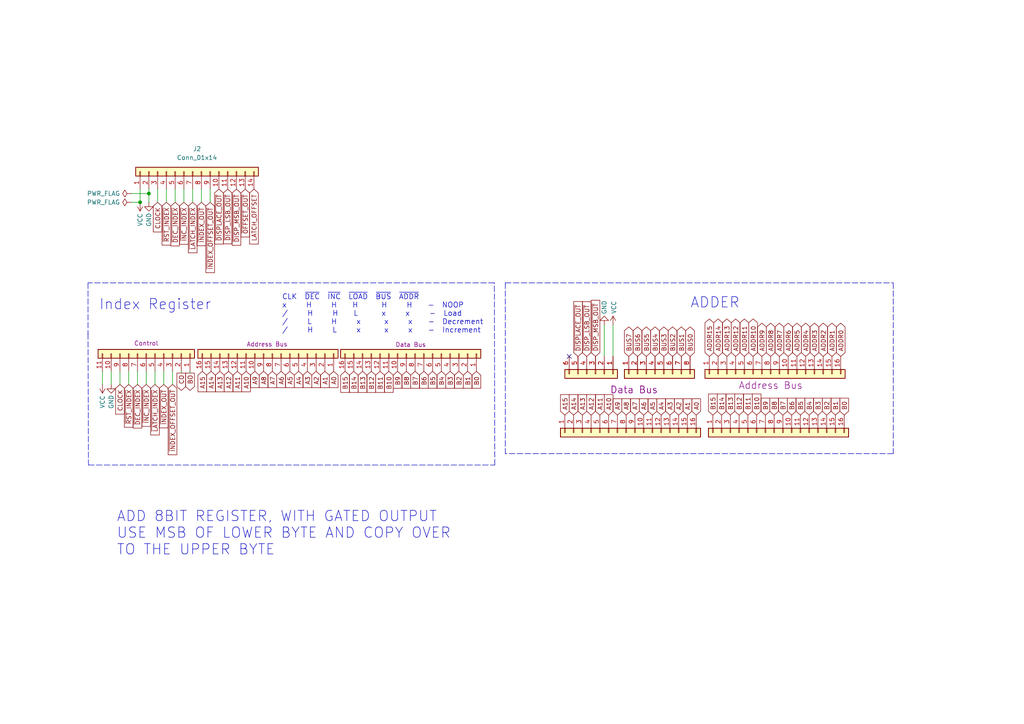
<source format=kicad_sch>
(kicad_sch (version 20211123) (generator eeschema)
  (paper "A4")
  (lib_symbols
    (symbol "Connector_Generic:Conn_01x06" (pin_names (offset 1.016) hide)
      (property "Reference" "J" (at 0 7.62 0))
      (property "Value" "Conn_01x06" (at 0 -10.16 0))
      (symbol "Conn_01x06_1_1"
        (rectangle (start -1.27 -7.493) (end 0 -7.747) (stroke (width 0.1524)))
        (rectangle (start -1.27 -4.953) (end 0 -5.207) (stroke (width 0.1524)))
        (rectangle (start -1.27 -2.413) (end 0 -2.667) (stroke (width 0.1524)))
        (rectangle (start -1.27 0.127) (end 0 -0.127) (stroke (width 0.1524)))
        (rectangle (start -1.27 2.667) (end 0 2.413) (stroke (width 0.1524)))
        (rectangle (start -1.27 5.207) (end 0 4.953) (stroke (width 0.1524)))
        (rectangle (start -1.27 6.35) (end 1.27 -8.89) (stroke (width 0.254)) (fill (type background)))
        (pin passive line (at -5.08 5.08 0) (length 3.81) (name "Pin_1") (number "1"))
        (pin passive line (at -5.08 2.54 0) (length 3.81) (name "Pin_2") (number "2"))
        (pin passive line (at -5.08 0 0) (length 3.81) (name "Pin_3") (number "3"))
        (pin passive line (at -5.08 -2.54 0) (length 3.81) (name "Pin_4") (number "4"))
        (pin passive line (at -5.08 -5.08 0) (length 3.81) (name "Pin_5") (number "5"))
        (pin passive line (at -5.08 -7.62 0) (length 3.81) (name "Pin_6") (number "6"))
      )
    )
    (symbol "Connector_Generic:Conn_01x08" (pin_names (offset 1.016) hide)
      (property "Reference" "J" (at 0 10.16 0))
      (property "Value" "Conn_01x08" (at 0 -12.7 0))
      (symbol "Conn_01x08_1_1"
        (rectangle (start -1.27 -10.033) (end 0 -10.287) (stroke (width 0.1524)))
        (rectangle (start -1.27 -7.493) (end 0 -7.747) (stroke (width 0.1524)))
        (rectangle (start -1.27 -4.953) (end 0 -5.207) (stroke (width 0.1524)))
        (rectangle (start -1.27 -2.413) (end 0 -2.667) (stroke (width 0.1524)))
        (rectangle (start -1.27 0.127) (end 0 -0.127) (stroke (width 0.1524)))
        (rectangle (start -1.27 2.667) (end 0 2.413) (stroke (width 0.1524)))
        (rectangle (start -1.27 5.207) (end 0 4.953) (stroke (width 0.1524)))
        (rectangle (start -1.27 7.747) (end 0 7.493) (stroke (width 0.1524)))
        (rectangle (start -1.27 8.89) (end 1.27 -11.43) (stroke (width 0.254)) (fill (type background)))
        (pin passive line (at -5.08 7.62 0) (length 3.81) (name "Pin_1") (number "1"))
        (pin passive line (at -5.08 5.08 0) (length 3.81) (name "Pin_2") (number "2"))
        (pin passive line (at -5.08 2.54 0) (length 3.81) (name "Pin_3") (number "3"))
        (pin passive line (at -5.08 0 0) (length 3.81) (name "Pin_4") (number "4"))
        (pin passive line (at -5.08 -2.54 0) (length 3.81) (name "Pin_5") (number "5"))
        (pin passive line (at -5.08 -5.08 0) (length 3.81) (name "Pin_6") (number "6"))
        (pin passive line (at -5.08 -7.62 0) (length 3.81) (name "Pin_7") (number "7"))
        (pin passive line (at -5.08 -10.16 0) (length 3.81) (name "Pin_8") (number "8"))
      )
    )
    (symbol "Connector_Generic:Conn_01x11" (pin_names (offset 1.016) hide)
      (property "Reference" "J" (at 0 15.24 0))
      (property "Value" "Conn_01x11" (at 0 -15.24 0))
      (symbol "Conn_01x11_1_1"
        (rectangle (start -1.27 -12.573) (end 0 -12.827) (stroke (width 0.1524)))
        (rectangle (start -1.27 -10.033) (end 0 -10.287) (stroke (width 0.1524)))
        (rectangle (start -1.27 -7.493) (end 0 -7.747) (stroke (width 0.1524)))
        (rectangle (start -1.27 -4.953) (end 0 -5.207) (stroke (width 0.1524)))
        (rectangle (start -1.27 -2.413) (end 0 -2.667) (stroke (width 0.1524)))
        (rectangle (start -1.27 0.127) (end 0 -0.127) (stroke (width 0.1524)))
        (rectangle (start -1.27 2.667) (end 0 2.413) (stroke (width 0.1524)))
        (rectangle (start -1.27 5.207) (end 0 4.953) (stroke (width 0.1524)))
        (rectangle (start -1.27 7.747) (end 0 7.493) (stroke (width 0.1524)))
        (rectangle (start -1.27 10.287) (end 0 10.033) (stroke (width 0.1524)))
        (rectangle (start -1.27 12.827) (end 0 12.573) (stroke (width 0.1524)))
        (rectangle (start -1.27 13.97) (end 1.27 -13.97) (stroke (width 0.254)) (fill (type background)))
        (pin passive line (at -5.08 12.7 0) (length 3.81) (name "Pin_1") (number "1"))
        (pin passive line (at -5.08 -10.16 0) (length 3.81) (name "Pin_10") (number "10"))
        (pin passive line (at -5.08 -12.7 0) (length 3.81) (name "Pin_11") (number "11"))
        (pin passive line (at -5.08 10.16 0) (length 3.81) (name "Pin_2") (number "2"))
        (pin passive line (at -5.08 7.62 0) (length 3.81) (name "Pin_3") (number "3"))
        (pin passive line (at -5.08 5.08 0) (length 3.81) (name "Pin_4") (number "4"))
        (pin passive line (at -5.08 2.54 0) (length 3.81) (name "Pin_5") (number "5"))
        (pin passive line (at -5.08 0 0) (length 3.81) (name "Pin_6") (number "6"))
        (pin passive line (at -5.08 -2.54 0) (length 3.81) (name "Pin_7") (number "7"))
        (pin passive line (at -5.08 -5.08 0) (length 3.81) (name "Pin_8") (number "8"))
        (pin passive line (at -5.08 -7.62 0) (length 3.81) (name "Pin_9") (number "9"))
      )
    )
    (symbol "Connector_Generic:Conn_01x14" (pin_names (offset 1.016) hide)
      (property "Reference" "J" (at 0 17.78 0))
      (property "Value" "Conn_01x14" (at 0 -20.32 0))
      (symbol "Conn_01x14_1_1"
        (rectangle (start -1.27 -17.653) (end 0 -17.907) (stroke (width 0.1524)))
        (rectangle (start -1.27 -15.113) (end 0 -15.367) (stroke (width 0.1524)))
        (rectangle (start -1.27 -12.573) (end 0 -12.827) (stroke (width 0.1524)))
        (rectangle (start -1.27 -10.033) (end 0 -10.287) (stroke (width 0.1524)))
        (rectangle (start -1.27 -7.493) (end 0 -7.747) (stroke (width 0.1524)))
        (rectangle (start -1.27 -4.953) (end 0 -5.207) (stroke (width 0.1524)))
        (rectangle (start -1.27 -2.413) (end 0 -2.667) (stroke (width 0.1524)))
        (rectangle (start -1.27 0.127) (end 0 -0.127) (stroke (width 0.1524)))
        (rectangle (start -1.27 2.667) (end 0 2.413) (stroke (width 0.1524)))
        (rectangle (start -1.27 5.207) (end 0 4.953) (stroke (width 0.1524)))
        (rectangle (start -1.27 7.747) (end 0 7.493) (stroke (width 0.1524)))
        (rectangle (start -1.27 10.287) (end 0 10.033) (stroke (width 0.1524)))
        (rectangle (start -1.27 12.827) (end 0 12.573) (stroke (width 0.1524)))
        (rectangle (start -1.27 15.367) (end 0 15.113) (stroke (width 0.1524)))
        (rectangle (start -1.27 16.51) (end 1.27 -19.05) (stroke (width 0.254)) (fill (type background)))
        (pin passive line (at -5.08 15.24 0) (length 3.81) (name "Pin_1") (number "1"))
        (pin passive line (at -5.08 -7.62 0) (length 3.81) (name "Pin_10") (number "10"))
        (pin passive line (at -5.08 -10.16 0) (length 3.81) (name "Pin_11") (number "11"))
        (pin passive line (at -5.08 -12.7 0) (length 3.81) (name "Pin_12") (number "12"))
        (pin passive line (at -5.08 -15.24 0) (length 3.81) (name "Pin_13") (number "13"))
        (pin passive line (at -5.08 -17.78 0) (length 3.81) (name "Pin_14") (number "14"))
        (pin passive line (at -5.08 12.7 0) (length 3.81) (name "Pin_2") (number "2"))
        (pin passive line (at -5.08 10.16 0) (length 3.81) (name "Pin_3") (number "3"))
        (pin passive line (at -5.08 7.62 0) (length 3.81) (name "Pin_4") (number "4"))
        (pin passive line (at -5.08 5.08 0) (length 3.81) (name "Pin_5") (number "5"))
        (pin passive line (at -5.08 2.54 0) (length 3.81) (name "Pin_6") (number "6"))
        (pin passive line (at -5.08 0 0) (length 3.81) (name "Pin_7") (number "7"))
        (pin passive line (at -5.08 -2.54 0) (length 3.81) (name "Pin_8") (number "8"))
        (pin passive line (at -5.08 -5.08 0) (length 3.81) (name "Pin_9") (number "9"))
      )
    )
    (symbol "Connector_Generic:Conn_01x16" (pin_names (offset 1.016) hide)
      (property "Reference" "J" (at 0 20.32 0))
      (property "Value" "Conn_01x16" (at 0 -22.86 0))
      (symbol "Conn_01x16_1_1"
        (rectangle (start -1.27 -20.193) (end 0 -20.447) (stroke (width 0.1524)))
        (rectangle (start -1.27 -17.653) (end 0 -17.907) (stroke (width 0.1524)))
        (rectangle (start -1.27 -15.113) (end 0 -15.367) (stroke (width 0.1524)))
        (rectangle (start -1.27 -12.573) (end 0 -12.827) (stroke (width 0.1524)))
        (rectangle (start -1.27 -10.033) (end 0 -10.287) (stroke (width 0.1524)))
        (rectangle (start -1.27 -7.493) (end 0 -7.747) (stroke (width 0.1524)))
        (rectangle (start -1.27 -4.953) (end 0 -5.207) (stroke (width 0.1524)))
        (rectangle (start -1.27 -2.413) (end 0 -2.667) (stroke (width 0.1524)))
        (rectangle (start -1.27 0.127) (end 0 -0.127) (stroke (width 0.1524)))
        (rectangle (start -1.27 2.667) (end 0 2.413) (stroke (width 0.1524)))
        (rectangle (start -1.27 5.207) (end 0 4.953) (stroke (width 0.1524)))
        (rectangle (start -1.27 7.747) (end 0 7.493) (stroke (width 0.1524)))
        (rectangle (start -1.27 10.287) (end 0 10.033) (stroke (width 0.1524)))
        (rectangle (start -1.27 12.827) (end 0 12.573) (stroke (width 0.1524)))
        (rectangle (start -1.27 15.367) (end 0 15.113) (stroke (width 0.1524)))
        (rectangle (start -1.27 17.907) (end 0 17.653) (stroke (width 0.1524)))
        (rectangle (start -1.27 19.05) (end 1.27 -21.59) (stroke (width 0.254)) (fill (type background)))
        (pin passive line (at -5.08 17.78 0) (length 3.81) (name "Pin_1") (number "1"))
        (pin passive line (at -5.08 -5.08 0) (length 3.81) (name "Pin_10") (number "10"))
        (pin passive line (at -5.08 -7.62 0) (length 3.81) (name "Pin_11") (number "11"))
        (pin passive line (at -5.08 -10.16 0) (length 3.81) (name "Pin_12") (number "12"))
        (pin passive line (at -5.08 -12.7 0) (length 3.81) (name "Pin_13") (number "13"))
        (pin passive line (at -5.08 -15.24 0) (length 3.81) (name "Pin_14") (number "14"))
        (pin passive line (at -5.08 -17.78 0) (length 3.81) (name "Pin_15") (number "15"))
        (pin passive line (at -5.08 -20.32 0) (length 3.81) (name "Pin_16") (number "16"))
        (pin passive line (at -5.08 15.24 0) (length 3.81) (name "Pin_2") (number "2"))
        (pin passive line (at -5.08 12.7 0) (length 3.81) (name "Pin_3") (number "3"))
        (pin passive line (at -5.08 10.16 0) (length 3.81) (name "Pin_4") (number "4"))
        (pin passive line (at -5.08 7.62 0) (length 3.81) (name "Pin_5") (number "5"))
        (pin passive line (at -5.08 5.08 0) (length 3.81) (name "Pin_6") (number "6"))
        (pin passive line (at -5.08 2.54 0) (length 3.81) (name "Pin_7") (number "7"))
        (pin passive line (at -5.08 0 0) (length 3.81) (name "Pin_8") (number "8"))
        (pin passive line (at -5.08 -2.54 0) (length 3.81) (name "Pin_9") (number "9"))
      )
    )
    (symbol "power:GND" (power) (pin_names (offset 0))
      (property "Value" "GND" (at 0 -3.81 0))
      (symbol "GND_0_1"
        (polyline (pts (xy 0 0) (xy 0 -1.27) (xy 1.27 -1.27) (xy 0 -2.54) (xy -1.27 -1.27) (xy 0 -1.27)))
      )
      (symbol "GND_1_1"
        (pin power_in line (at 0 0 270) (length 0) hide (name "GND") (number "1"))
      )
    )
    (symbol "power:PWR_FLAG" (power) (pin_numbers hide) (pin_names (offset 0) hide)
      (property "Value" "PWR_FLAG" (at 0 3.81 0))
      (symbol "PWR_FLAG_0_0"
        (pin power_out line (at 0 0 90) (length 0) (name "pwr") (number "1"))
      )
      (symbol "PWR_FLAG_0_1"
        (polyline (pts (xy 0 0) (xy 0 1.27) (xy -1.016 1.905) (xy 0 2.54) (xy 1.016 1.905) (xy 0 1.27)))
      )
    )
    (symbol "power:VCC" (power) (pin_names (offset 0))
      (property "Value" "VCC" (at 0 3.81 0))
      (symbol "VCC_0_1"
        (polyline (pts (xy -0.762 1.27) (xy 0 2.54)))
        (polyline (pts (xy 0 0) (xy 0 2.54)))
        (polyline (pts (xy 0 2.54) (xy 0.762 1.27)))
      )
      (symbol "VCC_1_1"
        (pin power_in line (at 0 0 90) (length 0) hide (name "VCC") (number "1"))
      )
    )
  )
  (junction (at 43.18 56.134))
  (junction (at 40.64 58.674))
  (no_connect (at 165.1 103.378))
  (wire (pts (xy 50.038 107.696) (xy 50.038 111.506)))
  (wire (pts (xy 32.258 107.696) (xy 32.258 111.506)))
  (wire (pts (xy 38.1 56.134) (xy 43.18 56.134)))
  (wire (pts (xy 43.18 58.674) (xy 43.18 56.134)))
  (wire (pts (xy 177.8 94.234) (xy 177.8 103.378)))
  (polyline (pts (xy 143.383 82.042) (xy 25.527 82.042)))
  (wire (pts (xy 55.88 58.674) (xy 55.88 54.864)))
  (polyline (pts (xy 143.51 134.874) (xy 143.383 82.042)))
  (wire (pts (xy 44.958 111.506) (xy 44.958 107.696)))
  (wire (pts (xy 58.42 54.864) (xy 58.42 58.674)))
  (wire (pts (xy 43.18 56.134) (xy 43.18 54.864)))
  (wire (pts (xy 45.72 58.674) (xy 45.72 54.864)))
  (polyline (pts (xy 146.558 82.042) (xy 259.08 82.042)))
  (wire (pts (xy 39.878 111.506) (xy 39.878 107.696)))
  (wire (pts (xy 50.8 58.674) (xy 50.8 54.864)))
  (wire (pts (xy 48.26 54.864) (xy 48.26 58.674)))
  (wire (pts (xy 42.418 111.506) (xy 42.418 107.696)))
  (polyline (pts (xy 259.08 131.572) (xy 146.558 131.572)))
  (polyline (pts (xy 25.527 96.774) (xy 25.654 134.874)))
  (wire (pts (xy 40.64 58.674) (xy 40.64 54.864)))
  (polyline (pts (xy 146.558 82.042) (xy 146.558 131.572)))
  (wire (pts (xy 60.96 54.864) (xy 60.96 58.674)))
  (wire (pts (xy 53.34 58.674) (xy 53.34 54.864)))
  (wire (pts (xy 47.498 107.696) (xy 47.498 111.506)))
  (wire (pts (xy 29.718 111.506) (xy 29.718 107.696)))
  (polyline (pts (xy 25.654 134.874) (xy 143.51 134.874)))
  (wire (pts (xy 37.338 107.696) (xy 37.338 111.506)))
  (polyline (pts (xy 25.527 82.042) (xy 25.527 96.901)))
  (wire (pts (xy 34.798 111.506) (xy 34.798 107.696)))
  (wire (pts (xy 52.578 108.204) (xy 52.578 107.696)))
  (wire (pts (xy 55.118 108.204) (xy 55.118 107.696)))
  (wire (pts (xy 38.1 58.674) (xy 40.64 58.674)))
  (polyline (pts (xy 259.08 82.042) (xy 259.08 131.572)))
  (wire (pts (xy 175.26 94.234) (xy 175.26 103.378)))
  (text "CLK  ~{DEC}  ~{INC}  ~{LOAD}  ~{BUS}  ~{ADDR}\nx     H     H    H      H     H    -  NOOP\n/     H     H    L      x     x     -  Load\n/     L     H     x      x     x    -  Decrement\n/     H     L     x      x     x    -  Increment" (at 81.788 96.774 0) (effects (font (size 1.5 1.5)) (justify left bottom)))
  (text "ADDER" (at 200.152 89.662 0) (effects (font (size 3 3)) (justify left bottom)))
  (text "ADD 8BIT REGISTER, WITH GATED OUTPUT\nUSE MSB OF LOWER BYTE AND COPY OVER\nTO THE UPPER BYTE" (at 33.782 161.29 0) (effects (font (size 3 3)) (justify left bottom)))
  (text "Index Register" (at 28.702 90.17 0) (effects (font (size 3 3)) (justify left bottom)))
  (global_label "B8" (shape input) (at 224.536 120.396 90) (property "Intersheet References" "${INTERSHEET_REFS}" (effects hide)))
  (global_label "A14" (shape input) (at 61.214 107.696 270) (property "Intersheet References" "${INTERSHEET_REFS}" (effects hide)))
  (global_label "B3" (shape input) (at 130.556 107.696 270) (property "Intersheet References" "${INTERSHEET_REFS}" (effects hide)))
  (global_label "A0" (shape input) (at 96.774 107.696 270) (property "Intersheet References" "${INTERSHEET_REFS}" (effects hide)))
  (global_label "~{INDEX_OFFSET_OUT}" (shape input) (at 60.96 58.674 270) (property "Intersheet References" "${INTERSHEET_REFS}" (effects hide)))
  (global_label "~{OFFSET_OUT}" (shape input) (at 71.12 54.864 270) (property "Intersheet References" "${INTERSHEET_REFS}" (effects hide)))
  (global_label "~{LATCH_INDEX}" (shape input) (at 44.958 111.506 270) (property "Intersheet References" "${INTERSHEET_REFS}" (effects hide)))
  (global_label "B10" (shape input) (at 219.456 120.396 90) (property "Intersheet References" "${INTERSHEET_REFS}" (effects hide)))
  (global_label "~{DEC_INDEX}" (shape input) (at 50.8 58.674 270) (property "Intersheet References" "${INTERSHEET_REFS}" (effects hide)))
  (global_label "ADDR13" (shape tri_state) (at 210.82 103.378 90) (property "Intersheet References" "${INTERSHEET_REFS}" (effects hide)))
  (global_label "~{LATCH_INDEX}" (shape input) (at 55.88 58.674 270) (property "Intersheet References" "${INTERSHEET_REFS}" (effects hide)))
  (global_label "A2" (shape input) (at 196.85 120.396 90) (property "Intersheet References" "${INTERSHEET_REFS}" (effects hide)))
  (global_label "B5" (shape input) (at 232.156 120.396 90) (property "Intersheet References" "${INTERSHEET_REFS}" (effects hide)))
  (global_label "ADDR7" (shape tri_state) (at 226.06 103.378 90) (property "Intersheet References" "${INTERSHEET_REFS}" (effects hide)))
  (global_label "CLOCK" (shape input) (at 45.72 58.674 270) (property "Intersheet References" "${INTERSHEET_REFS}" (effects hide)))
  (global_label "ADDR9" (shape tri_state) (at 220.98 103.378 90) (property "Intersheet References" "${INTERSHEET_REFS}" (effects hide)))
  (global_label "B14" (shape input) (at 209.296 120.396 90) (property "Intersheet References" "${INTERSHEET_REFS}" (effects hide)))
  (global_label "A15" (shape input) (at 58.674 107.696 270) (property "Intersheet References" "${INTERSHEET_REFS}" (effects hide)))
  (global_label "A9" (shape input) (at 179.07 120.396 90) (property "Intersheet References" "${INTERSHEET_REFS}" (effects hide)))
  (global_label "LATCH_OFFSET" (shape input) (at 73.66 54.864 270) (property "Intersheet References" "${INTERSHEET_REFS}" (effects hide)))
  (global_label "ADDR6" (shape tri_state) (at 228.6 103.378 90) (property "Intersheet References" "${INTERSHEET_REFS}" (effects hide)))
  (global_label "ADDR5" (shape tri_state) (at 231.14 103.378 90) (property "Intersheet References" "${INTERSHEET_REFS}" (effects hide)))
  (global_label "A3" (shape input) (at 89.154 107.696 270) (property "Intersheet References" "${INTERSHEET_REFS}" (effects hide)))
  (global_label "B5" (shape input) (at 125.476 107.696 270) (property "Intersheet References" "${INTERSHEET_REFS}" (effects hide)))
  (global_label "A5" (shape input) (at 189.23 120.396 90) (property "Intersheet References" "${INTERSHEET_REFS}" (effects hide)))
  (global_label "BUS7" (shape tri_state) (at 182.372 103.378 90) (property "Intersheet References" "${INTERSHEET_REFS}" (effects hide)))
  (global_label "~{INC_INDEX}" (shape input) (at 42.418 111.506 270) (property "Intersheet References" "${INTERSHEET_REFS}" (effects hide)))
  (global_label "~{RST_INDEX}" (shape input) (at 48.26 58.674 270) (property "Intersheet References" "${INTERSHEET_REFS}" (effects hide)))
  (global_label "CLOCK" (shape input) (at 34.798 111.506 270) (property "Intersheet References" "${INTERSHEET_REFS}" (effects hide)))
  (global_label "B10" (shape input) (at 112.776 107.696 270) (property "Intersheet References" "${INTERSHEET_REFS}" (effects hide)))
  (global_label "B13" (shape input) (at 211.836 120.396 90) (property "Intersheet References" "${INTERSHEET_REFS}" (effects hide)))
  (global_label "ADDR0" (shape tri_state) (at 243.84 103.378 90) (property "Intersheet References" "${INTERSHEET_REFS}" (effects hide)))
  (global_label "B1" (shape input) (at 242.316 120.396 90) (property "Intersheet References" "${INTERSHEET_REFS}" (effects hide)))
  (global_label "A5" (shape input) (at 84.074 107.696 270) (property "Intersheet References" "${INTERSHEET_REFS}" (effects hide)))
  (global_label "B2" (shape input) (at 133.096 107.696 270) (property "Intersheet References" "${INTERSHEET_REFS}" (effects hide)))
  (global_label "B4" (shape input) (at 128.016 107.696 270) (property "Intersheet References" "${INTERSHEET_REFS}" (effects hide)))
  (global_label "B7" (shape input) (at 227.076 120.396 90) (property "Intersheet References" "${INTERSHEET_REFS}" (effects hide)))
  (global_label "~{DISPLACE_OUT}" (shape input) (at 167.64 103.378 90) (property "Intersheet References" "${INTERSHEET_REFS}" (effects hide)))
  (global_label "CO" (shape output) (at 52.578 108.204 270) (property "Intersheet References" "${INTERSHEET_REFS}" (effects hide)))
  (global_label "BUS4" (shape tri_state) (at 189.992 103.378 90) (property "Intersheet References" "${INTERSHEET_REFS}" (effects hide)))
  (global_label "~{INDEX_OUT}" (shape input) (at 58.42 58.674 270) (property "Intersheet References" "${INTERSHEET_REFS}" (effects hide)))
  (global_label "A0" (shape input) (at 201.93 120.396 90) (property "Intersheet References" "${INTERSHEET_REFS}" (effects hide)))
  (global_label "ADDR11" (shape tri_state) (at 215.9 103.378 90) (property "Intersheet References" "${INTERSHEET_REFS}" (effects hide)))
  (global_label "BUS5" (shape tri_state) (at 187.452 103.378 90) (property "Intersheet References" "${INTERSHEET_REFS}" (effects hide)))
  (global_label "A12" (shape input) (at 171.45 120.396 90) (property "Intersheet References" "${INTERSHEET_REFS}" (effects hide)))
  (global_label "ADDR10" (shape tri_state) (at 218.44 103.378 90) (property "Intersheet References" "${INTERSHEET_REFS}" (effects hide)))
  (global_label "A6" (shape input) (at 81.534 107.696 270) (property "Intersheet References" "${INTERSHEET_REFS}" (effects hide)))
  (global_label "B3" (shape input) (at 237.236 120.396 90) (property "Intersheet References" "${INTERSHEET_REFS}" (effects hide)))
  (global_label "A14" (shape input) (at 166.37 120.396 90) (property "Intersheet References" "${INTERSHEET_REFS}" (effects hide)))
  (global_label "B6" (shape input) (at 229.616 120.396 90) (property "Intersheet References" "${INTERSHEET_REFS}" (effects hide)))
  (global_label "A15" (shape input) (at 163.83 120.396 90) (property "Intersheet References" "${INTERSHEET_REFS}" (effects hide)))
  (global_label "~{RST_INDEX}" (shape input) (at 37.338 111.506 270) (property "Intersheet References" "${INTERSHEET_REFS}" (effects hide)))
  (global_label "A11" (shape input) (at 68.834 107.696 270) (property "Intersheet References" "${INTERSHEET_REFS}" (effects hide)))
  (global_label "B8" (shape input) (at 117.856 107.696 270) (property "Intersheet References" "${INTERSHEET_REFS}" (effects hide)))
  (global_label "~{DISP_LSB_OUT}" (shape input) (at 170.18 103.378 90) (property "Intersheet References" "${INTERSHEET_REFS}" (effects hide)))
  (global_label "B11" (shape input) (at 110.236 107.696 270) (property "Intersheet References" "${INTERSHEET_REFS}" (effects hide)))
  (global_label "B14" (shape input) (at 102.616 107.696 270) (property "Intersheet References" "${INTERSHEET_REFS}" (effects hide)))
  (global_label "B0" (shape input) (at 244.856 120.396 90) (property "Intersheet References" "${INTERSHEET_REFS}" (effects hide)))
  (global_label "A2" (shape input) (at 91.694 107.696 270) (property "Intersheet References" "${INTERSHEET_REFS}" (effects hide)))
  (global_label "A12" (shape input) (at 66.294 107.696 270) (property "Intersheet References" "${INTERSHEET_REFS}" (effects hide)))
  (global_label "A4" (shape input) (at 86.614 107.696 270) (property "Intersheet References" "${INTERSHEET_REFS}" (effects hide)))
  (global_label "B15" (shape input) (at 100.076 107.696 270) (property "Intersheet References" "${INTERSHEET_REFS}" (effects hide)))
  (global_label "ADDR14" (shape tri_state) (at 208.28 103.378 90) (property "Intersheet References" "${INTERSHEET_REFS}" (effects hide)))
  (global_label "A1" (shape input) (at 199.39 120.396 90) (property "Intersheet References" "${INTERSHEET_REFS}" (effects hide)))
  (global_label "A6" (shape input) (at 186.69 120.396 90) (property "Intersheet References" "${INTERSHEET_REFS}" (effects hide)))
  (global_label "B2" (shape input) (at 239.776 120.396 90) (property "Intersheet References" "${INTERSHEET_REFS}" (effects hide)))
  (global_label "A8" (shape input) (at 181.61 120.396 90) (property "Intersheet References" "${INTERSHEET_REFS}" (effects hide)))
  (global_label "B9" (shape input) (at 221.996 120.396 90) (property "Intersheet References" "${INTERSHEET_REFS}" (effects hide)))
  (global_label "A13" (shape input) (at 63.754 107.696 270) (property "Intersheet References" "${INTERSHEET_REFS}" (effects hide)))
  (global_label "~{DISP_MSB_OUT}" (shape input) (at 172.72 103.378 90) (property "Intersheet References" "${INTERSHEET_REFS}" (effects hide)))
  (global_label "~{DISP_LSB_OUT}" (shape input) (at 66.04 54.864 270) (property "Intersheet References" "${INTERSHEET_REFS}" (effects hide)))
  (global_label "A3" (shape input) (at 194.31 120.396 90) (property "Intersheet References" "${INTERSHEET_REFS}" (effects hide)))
  (global_label "~{INC_INDEX}" (shape input) (at 53.34 58.674 270) (property "Intersheet References" "${INTERSHEET_REFS}" (effects hide)))
  (global_label "A10" (shape input) (at 71.374 107.696 270) (property "Intersheet References" "${INTERSHEET_REFS}" (effects hide)))
  (global_label "B11" (shape input) (at 216.916 120.396 90) (property "Intersheet References" "${INTERSHEET_REFS}" (effects hide)))
  (global_label "~{INDEX_OUT}" (shape input) (at 47.498 111.506 270) (property "Intersheet References" "${INTERSHEET_REFS}" (effects hide)))
  (global_label "A4" (shape input) (at 191.77 120.396 90) (property "Intersheet References" "${INTERSHEET_REFS}" (effects hide)))
  (global_label "BUS2" (shape tri_state) (at 195.072 103.378 90) (property "Intersheet References" "${INTERSHEET_REFS}" (effects hide)))
  (global_label "A1" (shape input) (at 94.234 107.696 270) (property "Intersheet References" "${INTERSHEET_REFS}" (effects hide)))
  (global_label "ADDR3" (shape tri_state) (at 236.22 103.378 90) (property "Intersheet References" "${INTERSHEET_REFS}" (effects hide)))
  (global_label "B15" (shape input) (at 206.756 120.396 90) (property "Intersheet References" "${INTERSHEET_REFS}" (effects hide)))
  (global_label "~{DEC_INDEX}" (shape input) (at 39.878 111.506 270) (property "Intersheet References" "${INTERSHEET_REFS}" (effects hide)))
  (global_label "ADDR4" (shape tri_state) (at 233.68 103.378 90) (property "Intersheet References" "${INTERSHEET_REFS}" (effects hide)))
  (global_label "B0" (shape input) (at 138.176 107.696 270) (property "Intersheet References" "${INTERSHEET_REFS}" (effects hide)))
  (global_label "B7" (shape input) (at 120.396 107.696 270) (property "Intersheet References" "${INTERSHEET_REFS}" (effects hide)))
  (global_label "ADDR1" (shape tri_state) (at 241.3 103.378 90) (property "Intersheet References" "${INTERSHEET_REFS}" (effects hide)))
  (global_label "ADDR2" (shape tri_state) (at 238.76 103.378 90) (property "Intersheet References" "${INTERSHEET_REFS}" (effects hide)))
  (global_label "A10" (shape input) (at 176.53 120.396 90) (property "Intersheet References" "${INTERSHEET_REFS}" (effects hide)))
  (global_label "A7" (shape input) (at 184.15 120.396 90) (property "Intersheet References" "${INTERSHEET_REFS}" (effects hide)))
  (global_label "BUS1" (shape tri_state) (at 197.612 103.378 90) (property "Intersheet References" "${INTERSHEET_REFS}" (effects hide)))
  (global_label "~{DISP_MSB_OUT}" (shape input) (at 68.58 54.864 270) (property "Intersheet References" "${INTERSHEET_REFS}" (effects hide)))
  (global_label "BO" (shape output) (at 55.118 108.204 270) (property "Intersheet References" "${INTERSHEET_REFS}" (effects hide)))
  (global_label "A11" (shape input) (at 173.99 120.396 90) (property "Intersheet References" "${INTERSHEET_REFS}" (effects hide)))
  (global_label "A13" (shape input) (at 168.91 120.396 90) (property "Intersheet References" "${INTERSHEET_REFS}" (effects hide)))
  (global_label "B6" (shape input) (at 122.936 107.696 270) (property "Intersheet References" "${INTERSHEET_REFS}" (effects hide)))
  (global_label "ADDR8" (shape tri_state) (at 223.52 103.378 90) (property "Intersheet References" "${INTERSHEET_REFS}" (effects hide)))
  (global_label "A9" (shape input) (at 73.914 107.696 270) (property "Intersheet References" "${INTERSHEET_REFS}" (effects hide)))
  (global_label "A8" (shape input) (at 76.454 107.696 270) (property "Intersheet References" "${INTERSHEET_REFS}" (effects hide)))
  (global_label "BUS3" (shape tri_state) (at 192.532 103.378 90) (property "Intersheet References" "${INTERSHEET_REFS}" (effects hide)))
  (global_label "B1" (shape input) (at 135.636 107.696 270) (property "Intersheet References" "${INTERSHEET_REFS}" (effects hide)))
  (global_label "B12" (shape input) (at 214.376 120.396 90) (property "Intersheet References" "${INTERSHEET_REFS}" (effects hide)))
  (global_label "B13" (shape input) (at 105.156 107.696 270) (property "Intersheet References" "${INTERSHEET_REFS}" (effects hide)))
  (global_label "BUS0" (shape tri_state) (at 200.152 103.378 90) (property "Intersheet References" "${INTERSHEET_REFS}" (effects hide)))
  (global_label "~{INDEX_OFFSET_OUT}" (shape input) (at 50.038 111.506 270) (property "Intersheet References" "${INTERSHEET_REFS}" (effects hide)))
  (global_label "ADDR12" (shape tri_state) (at 213.36 103.378 90) (property "Intersheet References" "${INTERSHEET_REFS}" (effects hide)))
  (global_label "B12" (shape input) (at 107.696 107.696 270) (property "Intersheet References" "${INTERSHEET_REFS}" (effects hide)))
  (global_label "B4" (shape input) (at 234.696 120.396 90) (property "Intersheet References" "${INTERSHEET_REFS}" (effects hide)))
  (global_label "B9" (shape input) (at 115.316 107.696 270) (property "Intersheet References" "${INTERSHEET_REFS}" (effects hide)))
  (global_label "A7" (shape input) (at 78.994 107.696 270) (property "Intersheet References" "${INTERSHEET_REFS}" (effects hide)))
  (global_label "ADDR15" (shape tri_state) (at 205.74 103.378 90) (property "Intersheet References" "${INTERSHEET_REFS}" (effects hide)))
  (global_label "~{DISPLACE_OUT}" (shape input) (at 63.5 54.864 270) (property "Intersheet References" "${INTERSHEET_REFS}" (effects hide)))
  (global_label "BUS6" (shape tri_state) (at 184.912 103.378 90) (property "Intersheet References" "${INTERSHEET_REFS}" (effects hide)))
  (symbol (lib_id "power:GND") (at 32.258 111.506 0) (mirror y) (unit 1)
    (property "Reference" "#PWR02" (effects hide))
    (property "Value" "GND" (at 32.258 116.586 90))
  )
  (symbol (lib_id "Connector_Generic:Conn_01x16") (at 223.52 108.458 90) (mirror x) (unit 1)
    (property "Reference" "J8" (effects hide))
    (property "Value" "Conn_01x16" (effects hide))
    (property "Footprint" "Connector_PinHeader_2.54mm:PinHeader_1x16_P2.54mm_Vertical" (effects hide))
    (property "Field4" "Register Value" (effects hide))
    (property "Field5" "Address Bus" (at 223.52 111.76 90) (effects (font (size 2 2))))
  )
  (symbol (lib_id "Connector_Generic:Conn_01x16") (at 120.396 102.616 270) (mirror x) (unit 1)
    (property "Reference" "J4" (effects hide))
    (property "Value" "Conn_01x16" (effects hide))
    (property "Footprint" "Connector_PinHeader_2.54mm:PinHeader_1x16_P2.54mm_Vertical" (effects hide))
    (property "Field4" "Data Bus" (at 119.126 99.949 90))
  )
  (symbol (lib_id "Connector_Generic:Conn_01x16") (at 78.994 102.616 270) (mirror x) (unit 1)
    (property "Reference" "J3" (effects hide))
    (property "Value" "Conn_01x16" (effects hide))
    (property "Footprint" "Connector_PinHeader_2.54mm:PinHeader_1x16_P2.54mm_Vertical" (effects hide))
    (property "Field4" "Address Bus" (at 77.47 99.822 90))
  )
  (symbol (lib_id "power:GND") (at 175.26 94.234 180) (unit 1)
    (property "Reference" "#PWR05" (effects hide))
    (property "Value" "GND" (at 175.26 89.154 90))
  )
  (symbol (lib_id "power:GND") (at 43.18 58.674 0) (mirror y) (unit 1)
    (property "Reference" "#PWR04" (effects hide))
    (property "Value" "GND" (at 43.18 63.754 90))
  )
  (symbol (lib_id "Connector_Generic:Conn_01x16") (at 224.536 125.476 90) (mirror x) (unit 1)
    (property "Reference" "J10" (effects hide))
    (property "Value" "Conn_01x16" (effects hide))
    (property "Footprint" "Connector_PinHeader_2.54mm:PinHeader_1x16_P2.54mm_Vertical" (effects hide))
    (property "Field4" "Register Value" (effects hide))
  )
  (symbol (lib_id "power:PWR_FLAG") (at 38.1 58.674 90) (mirror x) (unit 1)
    (property "Reference" "#FLG02" (effects hide))
    (property "Value" "PWR_FLAG" (at 34.8488 58.674 90) (effects (justify left)))
  )
  (symbol (lib_id "power:PWR_FLAG") (at 38.1 56.134 90) (mirror x) (unit 1)
    (property "Reference" "#FLG01" (effects hide))
    (property "Value" "PWR_FLAG" (at 34.8488 56.134 90) (effects (justify left)))
  )
  (symbol (lib_id "Connector_Generic:Conn_01x06") (at 172.72 108.458 270) (unit 1)
    (property "Reference" "J5" (effects hide))
    (property "Value" "Conn_01x06" (effects hide))
    (property "Footprint" "Connector_PinHeader_2.54mm:PinHeader_1x06_P2.54mm_Vertical" (effects hide))
  )
  (symbol (lib_id "Connector_Generic:Conn_01x16") (at 181.61 125.476 90) (mirror x) (unit 1)
    (property "Reference" "J7" (effects hide))
    (property "Value" "Conn_01x16" (effects hide))
    (property "Footprint" "Connector_PinHeader_2.54mm:PinHeader_1x16_P2.54mm_Vertical" (effects hide))
    (property "Field4" "Register Value" (effects hide))
  )
  (symbol (lib_id "power:VCC") (at 40.64 58.674 0) (mirror x) (unit 1)
    (property "Reference" "#PWR03" (effects hide))
    (property "Value" "VCC" (at 40.64 63.754 90))
  )
  (symbol (lib_id "power:VCC") (at 29.718 111.506 0) (mirror x) (unit 1)
    (property "Reference" "#PWR01" (effects hide))
    (property "Value" "VCC" (at 29.718 116.586 90))
  )
  (symbol (lib_id "Connector_Generic:Conn_01x14") (at 55.88 49.784 90) (unit 1)
    (property "Reference" "J2" (at 57.15 43.18 90))
    (property "Value" "Conn_01x14" (at 57.15 45.72 90))
    (property "Footprint" "Connector_PinHeader_2.54mm:PinHeader_1x14_P2.54mm_Vertical" (effects hide))
  )
  (symbol (lib_id "Connector_Generic:Conn_01x08") (at 189.992 108.458 90) (mirror x) (unit 1)
    (property "Reference" "J6" (effects hide))
    (property "Value" "Conn_01x08" (effects hide))
    (property "Footprint" "Connector_PinHeader_2.54mm:PinHeader_1x08_P2.54mm_Vertical" (effects hide))
    (property "Field4" "Data Bus" (at 183.896 113.03 90) (effects (font (size 2 2))))
  )
  (symbol (lib_id "Connector_Generic:Conn_01x11") (at 42.418 102.616 270) (mirror x) (unit 1)
    (property "Reference" "J1" (effects hide))
    (property "Value" "Conn_01x11" (effects hide))
    (property "Footprint" "Connector_PinHeader_2.54mm:PinHeader_1x11_P2.54mm_Vertical" (effects hide))
    (property "Field4" "Control" (at 42.418 99.568 90))
  )
  (symbol (lib_id "power:VCC") (at 177.8 94.234 0) (unit 1)
    (property "Reference" "#PWR06" (effects hide))
    (property "Value" "VCC" (at 178.054 89.154 90))
  )
)
</source>
